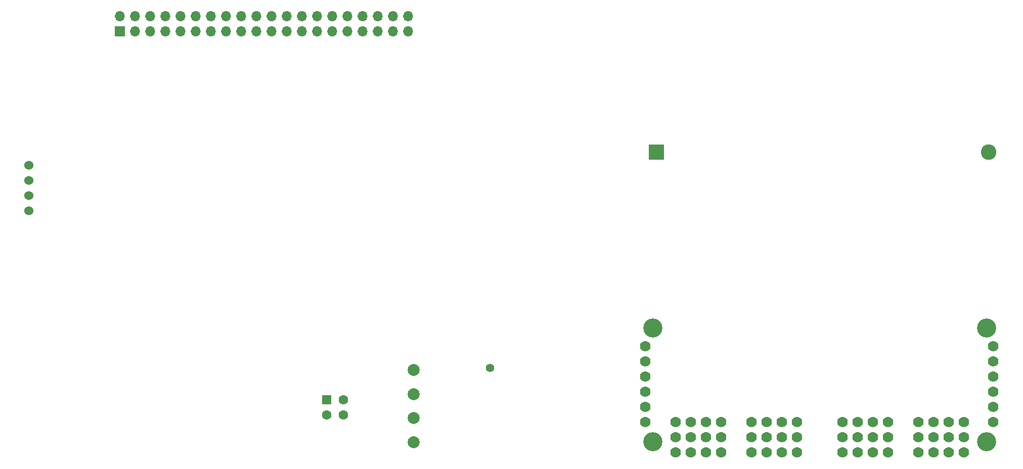
<source format=gbl>
G04 #@! TF.GenerationSoftware,KiCad,Pcbnew,8.0.8*
G04 #@! TF.CreationDate,2025-02-16T02:15:22-08:00*
G04 #@! TF.ProjectId,lab1a,6c616231-612e-46b6-9963-61645f706362,rev?*
G04 #@! TF.SameCoordinates,Original*
G04 #@! TF.FileFunction,Copper,L2,Bot*
G04 #@! TF.FilePolarity,Positive*
%FSLAX46Y46*%
G04 Gerber Fmt 4.6, Leading zero omitted, Abs format (unit mm)*
G04 Created by KiCad (PCBNEW 8.0.8) date 2025-02-16 02:15:22*
%MOMM*%
%LPD*%
G01*
G04 APERTURE LIST*
G04 Aperture macros list*
%AMRoundRect*
0 Rectangle with rounded corners*
0 $1 Rounding radius*
0 $2 $3 $4 $5 $6 $7 $8 $9 X,Y pos of 4 corners*
0 Add a 4 corners polygon primitive as box body*
4,1,4,$2,$3,$4,$5,$6,$7,$8,$9,$2,$3,0*
0 Add four circle primitives for the rounded corners*
1,1,$1+$1,$2,$3*
1,1,$1+$1,$4,$5*
1,1,$1+$1,$6,$7*
1,1,$1+$1,$8,$9*
0 Add four rect primitives between the rounded corners*
20,1,$1+$1,$2,$3,$4,$5,0*
20,1,$1+$1,$4,$5,$6,$7,0*
20,1,$1+$1,$6,$7,$8,$9,0*
20,1,$1+$1,$8,$9,$2,$3,0*%
G04 Aperture macros list end*
G04 #@! TA.AperFunction,ComponentPad*
%ADD10C,3.200000*%
G04 #@! TD*
G04 #@! TA.AperFunction,ComponentPad*
%ADD11C,1.778000*%
G04 #@! TD*
G04 #@! TA.AperFunction,ComponentPad*
%ADD12C,1.530000*%
G04 #@! TD*
G04 #@! TA.AperFunction,ComponentPad*
%ADD13RoundRect,0.249600X-0.550400X-0.550400X0.550400X-0.550400X0.550400X0.550400X-0.550400X0.550400X0*%
G04 #@! TD*
G04 #@! TA.AperFunction,ComponentPad*
%ADD14C,1.600000*%
G04 #@! TD*
G04 #@! TA.AperFunction,ComponentPad*
%ADD15C,1.400000*%
G04 #@! TD*
G04 #@! TA.AperFunction,ComponentPad*
%ADD16C,2.000000*%
G04 #@! TD*
G04 #@! TA.AperFunction,ComponentPad*
%ADD17R,2.600000X2.600000*%
G04 #@! TD*
G04 #@! TA.AperFunction,ComponentPad*
%ADD18C,2.600000*%
G04 #@! TD*
G04 #@! TA.AperFunction,ComponentPad*
%ADD19R,1.700000X1.700000*%
G04 #@! TD*
G04 #@! TA.AperFunction,ComponentPad*
%ADD20O,1.700000X1.700000*%
G04 #@! TD*
G04 APERTURE END LIST*
D10*
X197560000Y-117525000D03*
X197560000Y-98475000D03*
X253440000Y-98475000D03*
X253440000Y-117525000D03*
D11*
X196290000Y-114223000D03*
X196290000Y-111683000D03*
X196290000Y-109143000D03*
X196290000Y-106603000D03*
X196290000Y-104063000D03*
X196290000Y-101523000D03*
X254583000Y-114223000D03*
X254583000Y-111683000D03*
X254583000Y-109143000D03*
X254583000Y-106603000D03*
X254583000Y-104063000D03*
X254583000Y-101523000D03*
X201370000Y-119303000D03*
X201370000Y-116763000D03*
X203910000Y-119303000D03*
X203910000Y-116763000D03*
X206450000Y-119303000D03*
X206450000Y-116763000D03*
X208990000Y-119303000D03*
X208990000Y-116763000D03*
X201370000Y-114223000D03*
X203910000Y-114223000D03*
X206450000Y-114223000D03*
X208990000Y-114223000D03*
X214070000Y-119303000D03*
X214070000Y-116763000D03*
X216610000Y-119303000D03*
X216610000Y-116763000D03*
X219150000Y-119303000D03*
X219150000Y-116763000D03*
X221690000Y-119303000D03*
X221690000Y-116763000D03*
X214070000Y-114223000D03*
X216610000Y-114223000D03*
X219150000Y-114223000D03*
X221690000Y-114223000D03*
X229310000Y-119303000D03*
X229310000Y-116763000D03*
X231850000Y-119303000D03*
X231850000Y-116763000D03*
X234390000Y-119303000D03*
X234390000Y-116763000D03*
X236930000Y-119303000D03*
X236930000Y-116763000D03*
X229310000Y-114223000D03*
X231850000Y-114223000D03*
X234390000Y-114223000D03*
X236930000Y-114223000D03*
X242010000Y-119303000D03*
X242010000Y-116763000D03*
X244550000Y-119303000D03*
X244550000Y-116763000D03*
X247090000Y-119303000D03*
X247090000Y-116763000D03*
X249630000Y-119303000D03*
X249630000Y-116763000D03*
X242010000Y-114223000D03*
X244550000Y-114223000D03*
X247090000Y-114223000D03*
X249630000Y-114223000D03*
D12*
X93125000Y-73730000D03*
X93125000Y-76270000D03*
X93125000Y-78810000D03*
X93125000Y-71190000D03*
D13*
X143000000Y-110500000D03*
D14*
X143000000Y-113040000D03*
X145800000Y-113040000D03*
X145800000Y-110500000D03*
D15*
X170330000Y-105150000D03*
D16*
X157500000Y-117600000D03*
X157500000Y-113550000D03*
X157500000Y-109500000D03*
X157500000Y-105450000D03*
D17*
X198200000Y-69000000D03*
D18*
X253800000Y-69000000D03*
D19*
X108370000Y-48770000D03*
D20*
X108370000Y-46230000D03*
X110910000Y-48770000D03*
X110910000Y-46230000D03*
X113450000Y-48770000D03*
X113450000Y-46230000D03*
X115990000Y-48770000D03*
X115990000Y-46230000D03*
X118530000Y-48770000D03*
X118530000Y-46230000D03*
X121070000Y-48770000D03*
X121070000Y-46230000D03*
X123610000Y-48770000D03*
X123610000Y-46230000D03*
X126150000Y-48770000D03*
X126150000Y-46230000D03*
X128690000Y-48770000D03*
X128690000Y-46230000D03*
X131230000Y-48770000D03*
X131230000Y-46230000D03*
X133770000Y-48770000D03*
X133770000Y-46230000D03*
X136310000Y-48770000D03*
X136310000Y-46230000D03*
X138850000Y-48770000D03*
X138850000Y-46230000D03*
X141390000Y-48770000D03*
X141390000Y-46230000D03*
X143930000Y-48770000D03*
X143930000Y-46230000D03*
X146470000Y-48770000D03*
X146470000Y-46230000D03*
X149010000Y-48770000D03*
X149010000Y-46230000D03*
X151550000Y-48770000D03*
X151550000Y-46230000D03*
X154090000Y-48770000D03*
X154090000Y-46230000D03*
X156630000Y-48770000D03*
X156630000Y-46230000D03*
M02*

</source>
